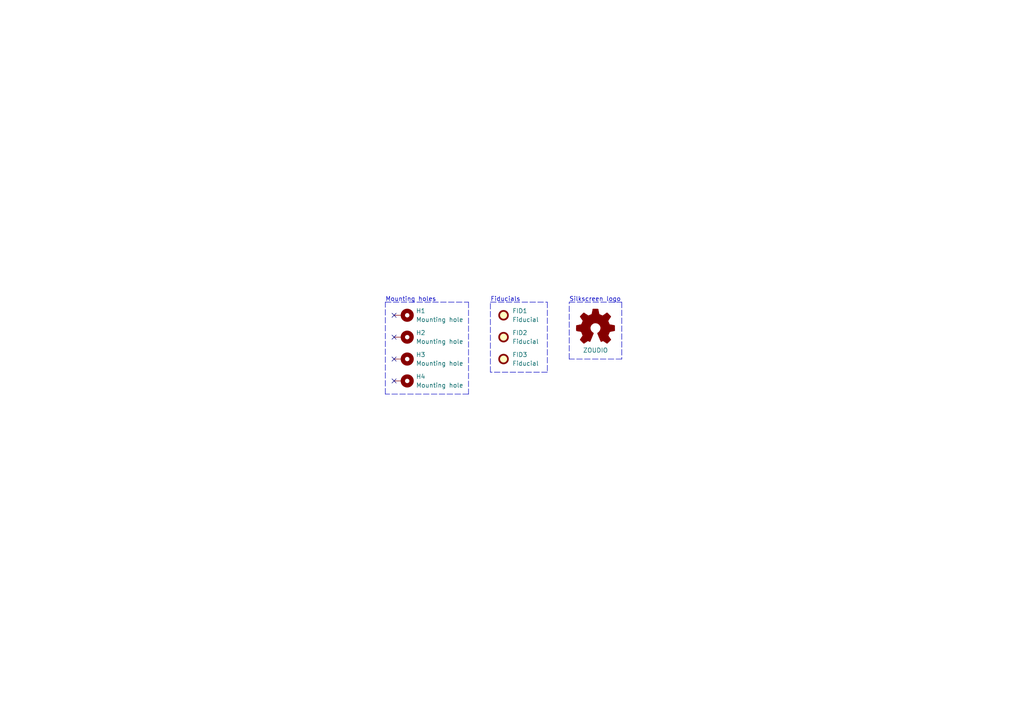
<source format=kicad_sch>
(kicad_sch (version 20211123) (generator eeschema)
  (paper "A4")
  (title_block (title "4x38W amp with DSP and BT") (date "2022-04-29") (rev "1.1.2") (company "ZOUDIO"))
  (lib_symbols
    (symbol "Graphic:Logo_Open_Hardware_Small" (pin_names (offset 1.016))
      (symbol "Logo_Open_Hardware_Small_0_1"
        (polyline (pts (xy 3.3528 -4.3434) (xy 3.302 -4.318) (xy 3.175 -4.2418) (xy 2.9972 -4.1148) (xy 2.7686 -3.9624) (xy 2.54 -3.81) (xy 2.3622 -3.7084) (xy 2.2352 -3.6068) (xy 2.1844 -3.5814) (xy 2.159 -3.6068) (xy 2.0574 -3.6576) (xy 1.905 -3.7338) (xy 1.8034 -3.7846) (xy 1.6764 -3.8354) (xy 1.6002 -3.8354) (xy 1.6002 -3.8354) (xy 1.5494 -3.7338) (xy 1.4732 -3.5306) (xy 1.3462 -3.302) (xy 1.2446 -3.0226) (xy 1.1176 -2.7178) (xy 0.9652 -2.413) (xy 0.8636 -2.1082) (xy 0.7366 -1.8288) (xy 0.6604 -1.6256) (xy 0.6096 -1.4732) (xy 0.5842 -1.397) (xy 0.5842 -1.397) (xy 0.6604 -1.3208) (xy 0.7874 -1.2446) (xy 1.0414 -1.016) (xy 1.2954 -0.6858) (xy 1.4478 -0.3302) (xy 1.524 0.0762) (xy 1.4732 0.4572) (xy 1.3208 0.8128) (xy 1.0668 1.143) (xy 0.762 1.3716) (xy 0.4064 1.524) (xy 0 1.5748) (xy -0.381 1.5494) (xy -0.7366 1.397) (xy -1.0668 1.143) (xy -1.2192 0.9906) (xy -1.397 0.6604) (xy -1.524 0.3048) (xy -1.524 0.2286) (xy -1.4986 -0.1778) (xy -1.397 -0.5334) (xy -1.1938 -0.8636) (xy -0.9144 -1.143) (xy -0.8636 -1.1684) (xy -0.7366 -1.27) (xy -0.635 -1.3462) (xy -0.5842 -1.397) (xy -1.0668 -2.5908) (xy -1.143 -2.794) (xy -1.2954 -3.1242) (xy -1.397 -3.4036) (xy -1.4986 -3.6322) (xy -1.5748 -3.7846) (xy -1.6002 -3.8354) (xy -1.6002 -3.8354) (xy -1.651 -3.8354) (xy -1.7272 -3.81) (xy -1.905 -3.7338) (xy -2.0066 -3.683) (xy -2.1336 -3.6068) (xy -2.2098 -3.5814) (xy -2.2606 -3.6068) (xy -2.3622 -3.683) (xy -2.54 -3.81) (xy -2.7686 -3.9624) (xy -2.9718 -4.0894) (xy -3.1496 -4.2164) (xy -3.302 -4.318) (xy -3.3528 -4.3434) (xy -3.3782 -4.3434) (xy -3.429 -4.318) (xy -3.5306 -4.2164) (xy -3.7084 -4.064) (xy -3.937 -3.8354) (xy -3.9624 -3.81) (xy -4.1656 -3.6068) (xy -4.318 -3.4544) (xy -4.4196 -3.3274) (xy -4.445 -3.2766) (xy -4.445 -3.2766) (xy -4.4196 -3.2258) (xy -4.318 -3.0734) (xy -4.2164 -2.8956) (xy -4.064 -2.667) (xy -3.6576 -2.0828) (xy -3.8862 -1.5494) (xy -3.937 -1.3716) (xy -4.0386 -1.1684) (xy -4.0894 -1.0414) (xy -4.1148 -0.9652) (xy -4.191 -0.9398) (xy -4.318 -0.9144) (xy -4.5466 -0.8636) (xy -4.8006 -0.8128) (xy -5.0546 -0.7874) (xy -5.2578 -0.7366) (xy -5.4356 -0.7112) (xy -5.5118 -0.6858) (xy -5.5118 -0.6858) (xy -5.5372 -0.635) (xy -5.5372 -0.5588) (xy -5.5372 -0.4318) (xy -5.5626 -0.2286) (xy -5.5626 0.0762) (xy -5.5626 0.127) (xy -5.5372 0.4064) (xy -5.5372 0.635) (xy -5.5372 0.762) (xy -5.5372 0.8382) (xy -5.5372 0.8382) (xy -5.461 0.8382) (xy -5.3086 0.889) (xy -5.08 0.9144) (xy -4.826 0.9652) (xy -4.8006 0.9906) (xy -4.5466 1.0414) (xy -4.318 1.0668) (xy -4.1656 1.1176) (xy -4.0894 1.143) (xy -4.0894 1.143) (xy -4.0386 1.2446) (xy -3.9624 1.4224) (xy -3.8608 1.6256) (xy -3.7846 1.8288) (xy -3.7084 2.0066) (xy -3.6576 2.159) (xy -3.6322 2.2098) (xy -3.6322 2.2098) (xy -3.683 2.286) (xy -3.7592 2.413) (xy -3.8862 2.5908) (xy -4.064 2.8194) (xy -4.064 2.8448) (xy -4.2164 3.0734) (xy -4.3434 3.2512) (xy -4.4196 3.3782) (xy -4.445 3.4544) (xy -4.445 3.4544) (xy -4.3942 3.5052) (xy -4.2926 3.6322) (xy -4.1148 3.81) (xy -3.937 4.0132) (xy -3.8608 4.064) (xy -3.6576 4.2926) (xy -3.5052 4.4196) (xy -3.4036 4.4958) (xy -3.3528 4.5212) (xy -3.3528 4.5212) (xy -3.302 4.4704) (xy -3.1496 4.3688) (xy -2.9718 4.2418) (xy -2.7432 4.0894) (xy -2.7178 4.0894) (xy -2.4892 3.937) (xy -2.3114 3.81) (xy -2.1844 3.7084) (xy -2.1336 3.683) (xy -2.1082 3.683) (xy -2.032 3.7084) (xy -1.8542 3.7592) (xy -1.6764 3.8354) (xy -1.4732 3.937) (xy -1.27 4.0132) (xy -1.143 4.064) (xy -1.0668 4.1148) (xy -1.0668 4.1148) (xy -1.0414 4.191) (xy -1.016 4.3434) (xy -0.9652 4.572) (xy -0.9144 4.8514) (xy -0.889 4.9022) (xy -0.8382 5.1562) (xy -0.8128 5.3848) (xy -0.7874 5.5372) (xy -0.762 5.588) (xy -0.7112 5.6134) (xy -0.5842 5.6134) (xy -0.4064 5.6134) (xy -0.1524 5.6134) (xy 0.0762 5.6134) (xy 0.3302 5.6134) (xy 0.5334 5.6134) (xy 0.6858 5.588) (xy 0.7366 5.588) (xy 0.7366 5.588) (xy 0.762 5.5118) (xy 0.8128 5.334) (xy 0.8382 5.1054) (xy 0.9144 4.826) (xy 0.9144 4.7752) (xy 0.9652 4.5212) (xy 1.016 4.2926) (xy 1.0414 4.1402) (xy 1.0668 4.0894) (xy 1.0668 4.0894) (xy 1.1938 4.0386) (xy 1.3716 3.9624) (xy 1.5748 3.8608) (xy 2.0828 3.6576) (xy 2.7178 4.0894) (xy 2.7686 4.1402) (xy 2.9972 4.2926) (xy 3.175 4.4196) (xy 3.302 4.4958) (xy 3.3782 4.5212) (xy 3.3782 4.5212) (xy 3.429 4.4704) (xy 3.556 4.3434) (xy 3.7338 4.191) (xy 3.9116 3.9878) (xy 4.064 3.8354) (xy 4.2418 3.6576) (xy 4.3434 3.556) (xy 4.4196 3.4798) (xy 4.4196 3.429) (xy 4.4196 3.4036) (xy 4.3942 3.3274) (xy 4.2926 3.2004) (xy 4.1656 2.9972) (xy 4.0132 2.794) (xy 3.8862 2.5908) (xy 3.7592 2.3876) (xy 3.6576 2.2352) (xy 3.6322 2.159) (xy 3.6322 2.1336) (xy 3.683 2.0066) (xy 3.7592 1.8288) (xy 3.8608 1.6002) (xy 4.064 1.1176) (xy 4.3942 1.0414) (xy 4.5974 1.016) (xy 4.8768 0.9652) (xy 5.1308 0.9144) (xy 5.5372 0.8382) (xy 5.5626 -0.6604) (xy 5.4864 -0.6858) (xy 5.4356 -0.6858) (xy 5.2832 -0.7366) (xy 5.0546 -0.762) (xy 4.8006 -0.8128) (xy 4.5974 -0.8636) (xy 4.3688 -0.9144) (xy 4.2164 -0.9398) (xy 4.1402 -0.9398) (xy 4.1148 -0.9652) (xy 4.064 -1.0668) (xy 3.9878 -1.2446) (xy 3.9116 -1.4478) (xy 3.81 -1.651) (xy 3.7338 -1.8542) (xy 3.683 -2.0066) (xy 3.6576 -2.0828) (xy 3.683 -2.1336) (xy 3.7846 -2.2606) (xy 3.8862 -2.4638) (xy 4.0386 -2.667) (xy 4.191 -2.8956) (xy 4.318 -3.0734) (xy 4.3942 -3.2004) (xy 4.445 -3.2766) (xy 4.4196 -3.3274) (xy 4.3434 -3.429) (xy 4.1656 -3.5814) (xy 3.937 -3.8354) (xy 3.8862 -3.8608) (xy 3.683 -4.064) (xy 3.5306 -4.2164) (xy 3.4036 -4.318) (xy 3.3528 -4.3434)) (fill (type outline)))
      )
    )
    (symbol "Mechanical:Fiducial"
      (property "Reference" "FID" (at 0 5.08 0))
      (property "Value" "Fiducial" (at 0 3.175 0))
      (symbol "Fiducial_0_1"
        (circle (center 0 0) (radius 1.27) (stroke (width 0.508)) (fill (type background)))
      )
    )
    (symbol "Mechanical:MountingHole_Pad" (pin_numbers hide) (pin_names (offset 1.016) hide)
      (property "Reference" "H" (at 0 6.35 0))
      (property "Value" "MountingHole_Pad" (at 0 4.445 0))
      (symbol "MountingHole_Pad_0_1"
        (circle (center 0 1.27) (radius 1.27) (stroke (width 1.27)))
      )
      (symbol "MountingHole_Pad_1_1"
        (pin input line (at 0 -2.54 90) (length 2.54) (name "1") (number "1"))
      )
    )
  )
  (no_connect (at 114.3 97.79))
  (no_connect (at 114.3 91.44))
  (no_connect (at 114.3 110.49))
  (no_connect (at 114.3 104.14))
  (polyline (pts (xy 180.34 87.63) (xy 180.34 104.14)))
  (polyline (pts (xy 165.1 104.14) (xy 165.1 87.63)))
  (polyline (pts (xy 111.76 87.63) (xy 135.89 87.63)))
  (polyline (pts (xy 180.34 104.14) (xy 165.1 104.14)))
  (polyline (pts (xy 142.24 87.63) (xy 158.75 87.63)))
  (polyline (pts (xy 165.1 87.63) (xy 180.34 87.63)))
  (polyline (pts (xy 135.89 114.3) (xy 111.76 114.3)))
  (polyline (pts (xy 158.75 107.95) (xy 142.24 107.95)))
  (polyline (pts (xy 142.24 107.95) (xy 142.24 87.63)))
  (polyline (pts (xy 111.76 114.3) (xy 111.76 87.63)))
  (polyline (pts (xy 158.75 87.63) (xy 158.75 107.95)))
  (polyline (pts (xy 135.89 87.63) (xy 135.89 114.3)))
  (text "Mounting holes" (at 111.76 87.63 0) (effects (font (size 1.27 1.27)) (justify left bottom)))
  (text "Fiducials" (at 142.24 87.63 0) (effects (font (size 1.27 1.27)) (justify left bottom)))
  (text "Silkscreen logo" (at 165.1 87.63 0) (effects (font (size 1.27 1.27)) (justify left bottom)))
  (symbol (lib_id "Mechanical:Fiducial") (at 146.05 91.44 0) (unit 1)
    (property "Reference" "FID1" (at 148.59 90.17 0) (effects (justify left)))
    (property "Value" "Fiducial" (at 148.59 92.71 0) (effects (justify left)))
    (property "Footprint" "Fiducial:Fiducial_0.75mm_Dia_1.5mm_Outer" (effects hide))
    (property "Config" "dnp" (effects hide))
  )
  (symbol (lib_id "Mechanical:MountingHole_Pad") (at 116.84 91.44 270) (unit 1)
    (property "Reference" "H1" (at 120.65 90.17 90) (effects (justify left)))
    (property "Value" "Mounting hole" (at 120.65 92.71 90) (effects (justify left)))
    (property "Footprint" "MountingHole:MountingHole_3.2mm_M3_Pad_Via" (effects hide))
    (property "Config" "dnp" (effects hide))
  )
  (symbol (lib_id "Mechanical:MountingHole_Pad") (at 116.84 97.79 270) (unit 1)
    (property "Reference" "H2" (at 120.65 96.52 90) (effects (justify left)))
    (property "Value" "Mounting hole" (at 120.65 99.06 90) (effects (justify left)))
    (property "Footprint" "MountingHole:MountingHole_3.2mm_M3_Pad_Via" (effects hide))
    (property "Config" "dnp" (effects hide))
  )
  (symbol (lib_id "Mechanical:MountingHole_Pad") (at 116.84 104.14 270) (unit 1)
    (property "Reference" "H3" (at 120.65 102.87 90) (effects (justify left)))
    (property "Value" "Mounting hole" (at 120.65 105.41 90) (effects (justify left)))
    (property "Footprint" "MountingHole:MountingHole_3.2mm_M3_Pad_Via" (effects hide))
    (property "Config" "dnp" (effects hide))
  )
  (symbol (lib_id "Mechanical:MountingHole_Pad") (at 116.84 110.49 270) (unit 1)
    (property "Reference" "H4" (at 120.65 109.22 90) (effects (justify left)))
    (property "Value" "Mounting hole" (at 120.65 111.76 90) (effects (justify left)))
    (property "Footprint" "MountingHole:MountingHole_3.2mm_M3_Pad_Via" (effects hide))
    (property "Config" "dnp" (effects hide))
  )
  (symbol (lib_id "Graphic:Logo_Open_Hardware_Small") (at 172.72 95.25 0) (unit 1)
    (property "Reference" "LOGO1" (effects hide))
    (property "Value" "ZOUDIO" (at 172.72 101.6 0))
    (property "Footprint" "zoudio_footprints:ZOUDIO25mm" (effects hide))
    (property "Config" "dnp" (effects hide))
  )
  (symbol (lib_id "Mechanical:Fiducial") (at 146.05 97.79 0) (unit 1)
    (property "Reference" "FID2" (at 148.59 96.52 0) (effects (justify left)))
    (property "Value" "Fiducial" (at 148.59 99.06 0) (effects (justify left)))
    (property "Footprint" "Fiducial:Fiducial_0.75mm_Dia_1.5mm_Outer" (effects hide))
    (property "Config" "dnp" (effects hide))
  )
  (symbol (lib_id "Mechanical:Fiducial") (at 146.05 104.14 0) (unit 1)
    (property "Reference" "FID3" (at 148.59 102.87 0) (effects (justify left)))
    (property "Value" "Fiducial" (at 148.59 105.41 0) (effects (justify left)))
    (property "Footprint" "Fiducial:Fiducial_0.75mm_Dia_1.5mm_Outer" (effects hide))
    (property "Config" "dnp" (effects hide))
  )
)
</source>
